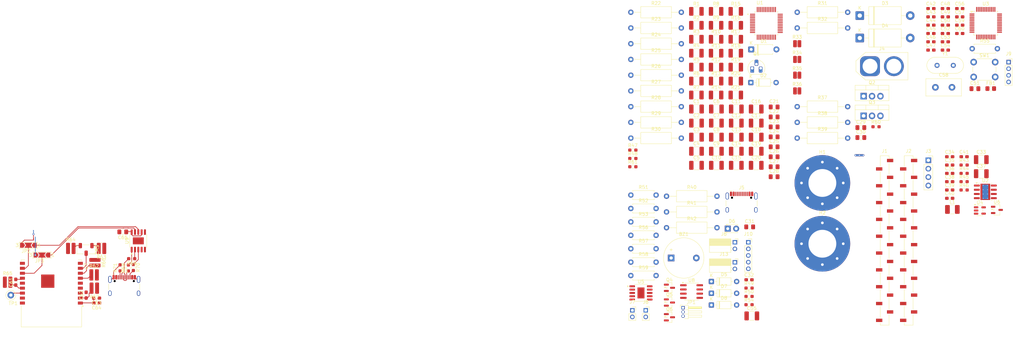
<source format=kicad_pcb>
(kicad_pcb (version 20241229) (generator "pcbnew") (generator_version "9.0")
  (layers (0 "F.Cu" signal) (4 "In1.Cu" signal) (6 "In2.Cu" signal) (2 "B.Cu" signal) (13 "F.Paste" user) (15 "B.Paste" user) (5 "F.SilkS" user "F.Silkscreen") (7 "B.SilkS" user "B.Silkscreen") (1 "F.Mask" user) (3 "B.Mask" user) (25 "Edge.Cuts" user))
  (net 0 "")
  (net 1 "+5V")
  (net 2 "Net-(BZ1--)")
  (net 3 "GND")
  (net 4 "/ReaderIC/Balance-Input/B_0")
  (net 5 "Net-(U1-VC1)")
  (net 6 "Net-(U1-VC2)")
  (net 7 "Net-(U1-VC3)")
  (net 8 "Net-(U1-VC4)")
  (net 9 "Net-(U1-VC5)")
  (net 10 "Net-(U1-VC6)")
  (net 11 "Net-(U1-VC7)")
  (net 12 "Net-(U1-VC8)")
  (net 13 "Net-(U1-VC9)")
  (net 14 "Net-(U1-VC10)")
  (net 15 "Net-(U1-VC11)")
  (net 16 "Net-(U1-VC12)")
  (net 17 "Net-(U1-VC13)")
  (net 18 "Net-(C14-Pad2)")
  (net 19 "Net-(C15-Pad2)")
  (net 20 "Net-(C16-Pad2)")
  (net 21 "/ReaderIC/Balance-Input/TS3")
  (net 22 "/ReaderIC/Balance-Input/TS2")
  (net 23 "/ReaderIC/Balance-Input/TS1")
  (net 24 "BAT")
  (net 25 "Net-(U1-CP1)")
  (net 26 "SRN")
  (net 27 "SRP")
  (net 28 "Net-(U1-REG1)")
  (net 29 "Net-(Q1-C)")
  (net 30 "Net-(Q1-E)")
  (net 31 "Net-(C29-Pad2)")
  (net 32 "/Protection/B_Pos")
  (net 33 "Net-(D4-A)")
  (net 34 "+3V3")
  (net 35 "Net-(U8-VIQ)")
  (net 36 "GNDPWR")
  (net 37 "Net-(U2-VCC)")
  (net 38 "Net-(U2-SW)")
  (net 39 "Net-(U2-BST)")
  (net 40 "Net-(U2-FB)")
  (net 41 "Net-(C35-Pad2)")
  (net 42 "+12V")
  (net 43 "VREF+")
  (net 44 "Net-(U3-PF0)")
  (net 45 "Net-(U3-PF1)")
  (net 46 "/MCU/NRST")
  (net 47 "Net-(D1-K)")
  (net 48 "/ReaderIC/Balance-Input/B_16")
  (net 49 "Net-(D2-K)")
  (net 50 "/Protection/CD")
  (net 51 "Net-(D3-K)")
  (net 52 "Net-(D4-K)")
  (net 53 "Net-(D6-A)")
  (net 54 "Net-(D7-A)")
  (net 55 "Net-(D8-A)")
  (net 56 "Net-(H2-Pad1)")
  (net 57 "/ReaderIC/Balance-Input/B_4")
  (net 58 "/ReaderIC/Balance-Input/B_6")
  (net 59 "/ReaderIC/Balance-Input/B_1")
  (net 60 "/ReaderIC/Balance-Input/B_15")
  (net 61 "/ReaderIC/Balance-Input/B_3")
  (net 62 "/MCU/NTC")
  (net 63 "/ReaderIC/Balance-Input/B_9")
  (net 64 "/ReaderIC/Balance-Input/B_5")
  (net 65 "/ReaderIC/Balance-Input/B_10")
  (net 67 "/ReaderIC/Balance-Input/B_11")
  (net 68 "/ReaderIC/Balance-Input/B_8")
  (net 69 "/ReaderIC/Balance-Input/B_7")
  (net 70 "/ReaderIC/Balance-Input/B_13")
  (net 71 "/ReaderIC/Balance-Input/B_2")
  (net 72 "/ReaderIC/Balance-Input/B_14")
  (net 73 "/ReaderIC/Balance-Input/B_12")
  (net 78 "/Data_Utils/USB+")
  (net 81 "Net-(J5-CC2)")
  (net 82 "/Data_Utils/USB-")
  (net 85 "Net-(J5-CC1)")
  (net 87 "Net-(J6-Pin_1)")
  (net 88 "Net-(J6-Pin_2)")
  (net 89 "Net-(J9-Pin_1)")
  (net 90 "Net-(J9-Pin_2)")
  (net 91 "/Data_Utils/PB4")
  (net 92 "/Data_Utils/PB5")
  (net 93 "/Data_Utils/PB3")
  (net 94 "Net-(J13-Pin_2)")
  (net 95 "Net-(JP1-C)")
  (net 96 "Net-(JP1-B)")
  (net 97 "/Data_Utils/STAT_LED")
  (net 98 "Net-(Q1-B)")
  (net 99 "Net-(Q4-B)")
  (net 100 "Net-(Q5-B)")
  (net 101 "Net-(Q6-B)")
  (net 102 "Net-(U1-VC15)")
  (net 103 "Net-(U1-VC16)")
  (net 104 "Net-(U1-VC14)")
  (net 105 "Net-(U1-HDQ)")
  (net 106 "RST_SHUT")
  (net 107 "/MCU/IC_SDA")
  (net 108 "/MCU/IC_SCL")
  (net 109 "Net-(R31-Pad2)")
  (net 110 "Net-(R33-Pad2)")
  (net 111 "/Protection/PACK")
  (net 112 "Net-(R35-Pad2)")
  (net 113 "/Protection/LD")
  (net 114 "/Protection/DSG")
  (net 115 "Net-(R37-Pad1)")
  (net 116 "Net-(U2-RON)")
  (net 117 "/Data_Utils/BUZZER")
  (net 118 "/Data_Utils/FAN1")
  (net 119 "/Data_Utils/FAN2")
  (net 120 "/Protection/CHG")
  (net 124 "/ReaderIC/FUSE")
  (net 128 "/ReaderIC/DCHG")
  (net 129 "/ReaderIC/DDSG")
  (net 137 "/Data_Utils/CAN_TX")
  (net 140 "/Data_Utils/CAN_RX")
  (net 146 "/Data_Utils/TXD")
  (net 147 "/Data_Utils/RXD")
  (net 158 "Net-(U7-RST)")
  (net 159 "Net-(U7-EN)")
  (net 160 "/MCU/esp32/3V3")
  (net 162 "/MCU/esp32/USB-")
  (net 163 "Net-(J11-CC2)")
  (net 165 "Net-(J11-CC1)")
  (net 170 "/MCU/esp32/USB+")
  (net 171 "Net-(JP2-C)")
  (net 172 "Net-(JP2-A)")
  (net 173 "/MCU/esp32/ESP_RX")
  (net 174 "Net-(JP3-C)")
  (net 175 "Net-(JP3-A)")
  (net 176 "/MCU/esp32/ESP_TX")
  (net 177 "Net-(U7-IO15)")
  (net 178 "Net-(SW2-C)")
  (net 179 "Net-(SW2-A)")
  (net 180 "Net-(U7-IO2)")
  (net 181 "Net-(SW2-B)")
  (net 182 "Net-(U7-TOUT)")
  (footprint "Connector_PinSocket_2.00mm:PinSocket_1x04_P2.00mm_Vertical" (layer "F.Cu") (at 180.53 45.14)
    (property "Reference" "J9")
    (property "Value" "Conn_01x04")
  )
  (footprint "Capacitor_SMD:C_0603_1608Metric_Pad1.08x0.95mm_HandSolder" (layer "F.Cu") (at 157.08 41.52)
    (property "Reference" "C47")
    (property "Value" "100nF")
  )
  (footprint "Package_SO:SSOP-10-1EP_3.9x4.9mm_P1mm_EP2.1x3.3mm" (layer "F.Cu") (at -82.25 99.1125 90)
    (property "Reference" "U9")
    (property "Value" "CH340K")
  )
  (footprint "Resistor_SMD:R_1210_3225Metric_Pad1.30x2.65mm_HandSolder" (layer "F.Cu") (at 86.26 50.87)
    (property "Reference" "R6")
    (property "Value" "22")
  )
  (footprint "Diode_THT:D_DO-35_SOD27_P7.62mm_Horizontal" (layer "F.Cu") (at 102.71 51.32)
    (property "Reference" "D2")
    (property "Value" "1N914")
  )
  (footprint "Resistor_SMD:R_1210_3225Metric_Pad1.30x2.65mm_HandSolder" (layer "F.Cu") (at 86.26 42.45)
    (property "Reference" "R4")
    (property "Value" "22")
  )
  (footprint "Capacitor_SMD:C_1210_3225Metric_Pad1.33x2.70mm_HandSolder" (layer "F.Cu") (at 92.3 63.56)
    (property "Reference" "C7")
    (property "Value" "220nF")
  )
  (footprint "Connector_PinSocket_2.00mm:PinSocket_1x02_P2.00mm_Vertical" (layer "F.Cu") (at 66.92 120.09)
    (property "Reference" "J7")
    (property "Value" "Conn_01x02")
  )
  (footprint "Resistor_SMD:R_1210_3225Metric_Pad1.30x2.65mm_HandSolder" (layer "F.Cu") (at 98.16 42.45)
    (property "Reference" "R18")
    (property "Value" "0R")
  )
  (footprint "Capacitor_SMD:C_0603_1608Metric_Pad1.08x0.95mm_HandSolder" (layer "F.Cu") (at 102.16 110.87)
    (property "Reference" "C32")
    (property "Value" "100nF")
  )
  (footprint "Capacitor_SMD:C_0603_1608Metric_Pad1.08x0.95mm_HandSolder" (layer "F.Cu") (at 161.43 33.99)
    (property "Reference" "C50")
    (property "Value" "100nF")
  )
  (footprint "Resistor_SMD:R_0603_1608Metric_Pad0.98x0.95mm_HandSolder" (layer "F.Cu") (at 102.16 118.4)
    (property "Reference" "R54")
    (property "Value" "260")
  )
  (footprint "Capacitor_SMD:C_0603_1608Metric_Pad1.08x0.95mm_HandSolder" (layer "F.Cu") (at 162.75 83.76)
    (property "Reference" "C39")
    (property "Value" "1uF")
  )
  (footprint "Diode_THT:D_A-405_P7.62mm_Horizontal" (layer "F.Cu") (at 102.81 41.31)
    (property "Reference" "D1")
    (property "Value" "D")
  )
  (footprint "Resistor_SMD:R_1210_3225Metric_Pad1.30x2.65mm_HandSolder" (layer "F.Cu") (at 92.21 46.66)
    (property "Reference" "R12")
    (property "Value" "22")
  )
  (footprint "Resistor_SMD:R_0603_1608Metric_Pad0.98x0.95mm_HandSolder" (layer "F.Cu") (at 67.07 71.72)
    (property "Reference" "R47")
    (property "Value" "0R")
  )
  (footprint "Diode_THT:D_DO-35_SOD27_P7.62mm_Horizontal" (layer "F.Cu") (at 90.79 111.39)
    (property "Reference" "D5")
    (property "Value" "1N4148")
  )
  (footprint "Connector_PinSocket_2.54mm:PinSocket_1x20_P2.54mm_Vertical_SMD_Pin1Right" (layer "F.Cu") (at 150.35 98.99)
    (property "Reference" "J2")
    (property "Value" "Conn_01x20")
  )
  (footprint "Resistor_THT:R_Axial_DIN0207_L6.3mm_D2.5mm_P7.62mm_Horizontal" (layer "F.Cu") (at 66.47 85.29)
    (property "Reference" "R51")
    (property "Value" "1K")
  )
  (footprint "Resistor_SMD:R_0603_1608Metric_Pad0.98x0.95mm_HandSolder" (layer "F.Cu") (at 140.5 64.66)
    (property "Reference" "R60")
    (property "Value" "2k")
  )
  (footprint "Resistor_SMD:R_1210_3225Metric_Pad1.30x2.65mm_HandSolder" (layer "F.Cu") (at 92.21 29.82)
    (property "Reference" "R8")
    (property "Value" "22")
  )
  (footprint "Capacitor_SMD:C_1210_3225Metric_Pad1.33x2.70mm_HandSolder" (layer "F.Cu") (at 98.31 76.31)
    (property "Reference" "C15")
    (property "Value" "220nF")
  )
  (footprint "Capacitor_SMD:C_0805_2012Metric_Pad1.18x1.45mm_HandSolder" (layer "F.Cu") (at 109.73 64.71)
    (property "Reference" "C23")
    (property "Value" "0.470uF")
  )
  (footprint "Resistor_SMD:R_0603_1608Metric_Pad0.98x0.95mm_HandSolder" (layer "F.Cu") (at -84.25 104.5 180)
    (property "Reference" "R69")
    (property "Value" "22R")
  )
  (footprint "Capacitor_SMD:C_1210_3225Metric_Pad1.33x2.70mm_HandSolder" (layer "F.Cu") (at 98.31 59.31)
    (property "Reference" "C11")
    (property "Value" "220nF")
  )
  (footprint "Package_SO:SOIC-8-1EP_3.9x4.9mm_P1.27mm_EP2.95x4.9mm_Mask2.71x3.4mm_ThermalVias" (layer "F.Cu") (at 173.5 84.325)
    (property "Reference" "U2")
    (property "Value" "LM5017MR")
  )
  (footprint "Connector_PinSocket_2.00mm:PinSocket_1x05_P2.00mm_Vertical" (layer "F.Cu") (at 101.94 99.54)
    (property "Reference" "J10")
    (property "Value" "Conn_01x05")
  )
  (footprint "Package_TO_SOT_SMD:SOT-23-3" (layer "F.Cu") (at 177 89.77)
    (property "Reference" "U6")
    (property "Value" "XC6206 - 3V3")
  )
  (footprint "Resistor_SMD:R_0603_1608Metric_Pad0.98x0.95mm_HandSolder" (layer "F.Cu") (at 167.1 76.23)
    (property "Reference" "R43")
    (property "Value" "100K")
  )
  (footprint "Connector_USB:USB_C_Receptacle_HCTL_HC-TYPE-C-16P-01A" (layer "F.Cu") (at 99.9 88.69)
    (property "Reference" "J5")
    (property "Value" "USB_C_Receptacle_USB2.0_16P")
  )
  (footprint "Capacitor_SMD:C_1210_3225Metric_Pad1.33x2.70mm_HandSolder" (layer "F.Cu") (at 104.32 59.31)
    (property "Reference" "C16")
    (property "Value" "220nF")
  )
  (footprint "Resistor_THT:R_Axial_DIN0207_L6.3mm_D2.5mm_P7.62mm_Horizontal" (layer "F.Cu") (at 66.47 101.49)
    (property "Reference" "R57")
    (property "Value" "4.7K")
  )
  (footprint "Resistor_THT:R_Axial_DIN0309_L9.0mm_D3.2mm_P15.24mm_Horizontal" (layer "F.Cu") (at 66.47 34.84)
    (property "Reference" "R23")
    (property "Value" "1K")
  )
  (footprint "Diode_THT:D_DO-35_SOD27_P7.62mm_Horizontal" (layer "F.Cu") (at 90.79 114.94)
    (property "Reference" "D7")
    (property "Value" "1N4148")
  )
  (footprint "Resistor_SMD:R_1210_3225Metric_Pad1.30x2.65mm_HandSolder" (layer "F.Cu") (at 86.26 29.82)
    (property "Reference" "R1")
    (property "Value" "22")
  )
  (footprint "Resistor_THT:R_Axial_DIN0309_L9.0mm_D3.2mm_P15.24mm_Horizontal" (layer "F.Cu") (at 66.47 58.59)
    (property "Reference" "R28")
    (property "Value" "10k")
  )
  (footprint "Resistor_THT:R_Axial_DIN0309_L9.0mm_D3.2mm_P15.24mm_Horizontal" (layer "F.Cu") (at 66.47 30.09)
    (property "Reference" "R22")
    (property "Value" "100R")
  )
  (footprint "Crystal:Crystal_HC18-U_Vertical" (layer "F.Cu") (at 158.93 46.13)
    (property "Reference" "Y1")
    (property "Value" "8MHz")
  )
  (footprint "Resistor_SMD:R_1210_3225Metric_Pad1.30x2.65mm_HandSolder" (layer "F.Cu") (at 98.16 38.24)
    (property "Reference" "R17")
    (property "Value" "22")
  )
  (footprint "Resistor_THT:R_Axial_DIN0207_L6.3mm_D2.5mm_P7.62mm_Horizontal" (layer "F.Cu") (at 66.47 97.44)
    (property "Reference" "R56")
    (property "Value" "1K")
  )
  (footprint "Capacitor_SMD:C_0805_2012Metric_Pad1.18x1.45mm_HandSolder" (layer "F.Cu") (at 109.73 79.76)
    (property "Reference" "C28")
    (property "Value" "22nF")
  )
  (footprint "Resistor_SMD:R_0612_1632Metric_Pad1.18x3.40mm_HandSolder" (layer "F.Cu") (at -93.3625 101.4 180)
    (property "Reference" "R63")
    (property "Value" "10K")
  )
  (footprint "Capacitor_SMD:C_0603_1608Metric_Pad1.08x0.95mm_HandSolder" (layer "F.Cu") (at 157.08 31.48)
    (property "Reference" "C43")
    (property "Value" "100nF")
  )
  (footprint "Capacitor_SMD:C_0603_1608Metric_Pad1.08x0.95mm_HandSolder" (layer "F.Cu") (at 157.08 39.01)
    (property "Reference" "C46")
    (property "Value" "10uF")
  )
  (footprint "Capacitor_SMD:C_0603_1608Metric_Pad1.08x0.95mm_HandSolder" (layer "F.Cu") (at 162.75 86.27)
    (property "Reference" "C40")
    (property "Value" "2.2uF")
  )
  (footprint "Capacitor_SMD:C_0805_2012Metric_Pad1.18x1.45mm_HandSolder" (layer "F.Cu") (at 170.36 53.17)
    (property "Reference" "C51")
    (property "Value" "10uf")
  )
  (footprint "Capacitor_SMD:C_0603_1608Metric_Pad1.08x0.95mm_HandSolder" (layer "F.Cu") (at 157.08 36.5)
    (property "Reference" "C45")
    (property "Value" "10uF")
  )
  (footprint "Resistor_THT:R_Axial_DIN0207_L6.3mm_D2.5mm_P7.62mm_Horizontal" (layer "F.Cu") (at 66.47 93.39)
    (property "Reference" "R53")
    (property "Value" "260")
  )
  (footprint "Resistor_SMD:R_1210_3225Metric_Pad1.30x2.65mm_HandSolder" (layer "F.Cu") (at 92.21 50.87)
    (property "Reference" "R13")
    (property "Value" "22")
  )
  (footprint "Connector_AMASS:AMASS_XT60-F_1x02_P7.20mm_Vertical" (layer "F.Cu") (at 138.69 46.38)
    (property "Reference" "J4")
    (property "Value" "Output")
  )
  (footprint "Capacitor_SMD:C_0805_2012Metric_Pad1.18x1.45mm_HandSolder" (layer "F.Cu") (at 109.73 70.73)
    (property "Reference" "C25")
    (property "Value" "100pF")
  )
  (footprint "Resistor_SMD:R_0508_1220Metric_Pad1.12x2.15mm_HandSolder" (layer "F.Cu") (at 116.7 49.09)
    (property "Reference" "R35")
    (property "Value" "5.1k")
  )
  (footprint "Capacitor_SMD:C_1210_3225Metric_Pad1.33x2.70mm_HandSolder" (layer "F.Cu") (at 104.32 63.56)
    (property "Reference" "C17")
    (property "Value" "220nF")
  )
  (footprint "Connector_PinSocket_2.00mm:PinSocket_1x02_P2.00mm_Vertical" (layer "F.Cu") (at 70.97 120.09)
    (property "Reference" "J8")
    (property "Value" "Conn_01x02")
  )
  (footprint "Resistor_SMD:R_0612_1632Metric_Pad1.18x3.40mm_HandSolder" (layer "F.Cu") (at -95.6 109.4)
    (property "Reference" "R62")
    (property "Value" "10K")
  )
  (footprint "Capacitor_SMD:C_0603_1608Metric_Pad1.08x0.95mm_HandSolder" (layer "F.Cu") (at 161.43 28.97)
    (property "Reference" "C48")
    (property "Value" "100nF")
  )
  (footprint "Capacitor_SMD:C_1210_3225Metric_Pad1.33x2.70mm_HandSolder" (layer "F.Cu") (at 98.31 63.56)
    (property "Reference" "C12")
    (property "Value" "220nF")
  )
  (footprint "Capacitor_SMD:C_1210_3225Metric_Pad1.33x2.70mm_HandSolder" (layer "F.Cu") (at 172.28 78.84)
    (property "Reference" "C37")
    (property "Value" "47uF")
  )
  (footprint "TestPoint:TestPoint_Loop_D2.50mm_Drill1.0mm_LowProfile" (layer "F.Cu") (at -120.75 115.5)
    (property "Reference" "TP1")
    (property "Value" "TestPoint")
  )
  (footprint "Capacitor_SMD:C_0603_1608Metric_Pad1.08x0.95mm_HandSolder" (layer "F.Cu") (at -94.8375 117.9 180)
    (property "Reference" "C64")
    (property "Value" "10uF")
  )
  (footprint "Jumper:SolderJumper-3_P2.0mm_Open_TrianglePad1.0x1.5mm_NumberLabels" (layer "F.Cu") (at -115.45 100.45 180)
    (property "Reference" "JP2")
    (property "Value" "Jumper_3_Bridged12")
  )
  (footprint "Package_TO_SOT_SMD:SOT-23" (layer "F.Cu") (at 78.12 122.19)
    (property "Reference" "Q6")
    (property "Value" "BC817")
  )
  (footprint "Capacitor_SMD:C_1210_3225Metric_Pad1.33x2.70mm_HandSolder" (layer "F.Cu") (at 92.3 72.06)
    (property "Reference" "C9")
    (property "Value" "220nF")
  )
  (footprint "Resistor_THT:R_Axial_DIN0309_L9.0mm_D3.2mm_P15.24mm_Horizontal" (layer "F.Cu") (at 77.24 95.14)
    (property "Reference" "R42")
    (property "Value" "5.1K")
  )
  (footprint "Capacitor_SMD:C_0603_1608Metric_Pad1.08x0.95mm_HandSolder" (layer "F.Cu") (at 162.75 76.23)
    (property "Reference" "C35")
    (property "Value" "15nF")
  )
  (footprint "Connector_PinSocket_2.54mm:PinSocket_1x04_P2.54mm_Vertical" (layer "F.Cu") (at 156.3 74.79)
    (property "Reference" "J3")
    (property "Value" "Conn_01x04")
  )
  (footprint "Resistor_SMD:R_1210_3225Metric_Pad1.30x2.65mm_HandSolder" (layer "F.Cu") (at 86.26 38.24)
    (property "Reference" "R3")
    (property "Value" "22")
  )
  (footprint "Resistor_SMD:R_0603_1608Metric_Pad0.98x0.95mm_HandSolder" (layer "F.Cu") (at 167.1 78.74)
    (property "Reference" "R44")
    (property "Value" "86.6K")
  )
  (footprint "Resistor_SMD:R_0603_1608Metric_Pad0.98x0.95mm_HandSolder" (layer "F.Cu") (at -83.75 107.1625 -90)
    (property "Reference" "R70")
    (property "Value" "5.1K")
  )
  (footprint "Button_Switch_THT:SW_PUSH_6mm_H8mm" (layer "F.Cu") (at 169.98 45.14)
    (property "Reference" "SW1")
    (property "Value" "SW_Push")
  )
  (footprint "Capacitor_SMD:C_0603_1608Metric_Pad1.08x0.95mm_HandSolder" (layer "F.Cu") (at 157.08 28.97)
    (property "Reference" "C42")
    (property "Value" "100nF")
  )
  (footprint "Resistor_SMD:R_0603_1608Metric_Pad0.98x0.95mm_HandSolder" (layer "F.Cu") (at 167.1 83.76)
    (property "Reference" "R46")
    (property "Value" "46k")
  )
  (footprint "Capacitor_SMD:C_0805_2012Metric_Pad1.18x1.45mm_HandSolder" (layer "F.Cu") (at 109.73 61.7)
    (property "Reference" "C22")
    (property "Value" "1uF")
  )
  (footprint "Resistor_SMD:R_1210_3225Metric_Pad1.30x2.65mm_HandSolder" (layer "F.Cu") (at 98.16 46.66)
    (property "Reference" "R19")
    (property "Value" "0R")
  )
  (footprint "Capacitor_SMD:C_1210_3225Metric_Pad1.33x2.70mm_HandSolder" (layer "F.Cu") (at 102.99 121.78)
    (property "Reference" "C55")
    (property "Value" "100nF")
  )
  (footprint "Package_TO_SOT_SMD:SOT-23" (layer "F.Cu") (at 78.12 117.74)
    (property "Reference" "Q5")
    (property "Value" "BC817")
  )
  (footprint "Resistor_THT:R_Axial_DIN0207_L6.3mm_D2.5mm_P7.62mm_Horizontal" (layer "F.Cu") (at 169.53 41.09)
    (property "Reference" "R55")
    (property "Value" "10K")
  )
  (footprint "Capacitor_SMD:C_1210_3225Metric_Pad1.33x2.70mm_HandSolder" (layer "F.Cu") (at 92.3 67.81)
    (property "Reference" "C8")
    (property "Value" "220nF")
  )
  (footprint "Package_TO_SOT_THT:TO-220-3_Vertical" (layer "F.Cu") (at 136.75 55.43)
    (property "Reference" "Q2")
    (property "Value" "HY3610P")
  )
  (footprint "Resistor_THT:R_Axial_DIN0309_L9.0mm_D3.2mm_P15.24mm_Horizontal" (layer "F.Cu") (at 66.47 39.59)
    (property "Reference" "R24")
    (property "Value" "1K")
  )
  (footprint "Capacitor_SMD:C_0805_2012Metric_Pad1.18x1.45mm_HandSolder" (layer "F.Cu") (at 109.73 67.72)
    (property "Reference" "C24")
    (property "Value" "0.1uF")
  )
  (footprint "Connector_PinSocket_2.00mm:PinSocket_1x02_P2.00mm_Horizontal" (layer "F.Cu") (at 97.89 105.59)
    (property "Reference" "J13")
    (property "Value" "OUTSIDE LED")
  )
  (footprint "Capacitor_SMD:C_0603_1608Metric_Pad1.08x0.95mm_HandSolder" (layer "F.Cu") (at 165.78 28.97)
    (property "Reference" "C56")
    (property "Value" "22pF")
  )
  (footprint "Capacitor_SMD:C_0805_2012Metric_Pad1.18x1.45mm_HandSolder" (layer "F.Cu") (at 135.92 64.91)
    (property "Reference" "C29")
    (property "Value" "0.1uF")
  )
  (footprint "Resistor_SMD:R_0805_2012Metric_Pad1.20x1.40mm_HandSolder" (layer "F.Cu") (at 175.14 53.14)
    (property "Reference" "FB1")
    (property "Value" "12R")
  )
  (footprint "Capacitor_SMD:C_1210_3225Metric_Pad1.33x2.70mm_HandSolder" (layer "F.Cu") (at 92.3 59.31)
    (property "Reference" "C6")
    (property "Value" "220nF")
  )
  (footprint "Capacitor_SMD:C_1210_3225Metric_Pad1.33x2.70mm_HandSolder" (layer "F.Cu") (at 86.29 76.31)
    (property "Reference" "C5")
    (property "Value" "220nF")
  )
  (footprint "NetTie:NetTie-3_THT_Pad0.3mm" (layer "F.Cu") (at 134.275 73.265)
    (property "Reference" "NT1" (hide yes))
    (property "Value" "NetTie_3_Tee" (hide yes))
  )
  (footprint "Capacitor_SMD:C_0805_2012Metric_Pad1.18x1.45mm_HandSolder" (layer "F.Cu") (at 109.73 73.74)
    (property "Reference" "C26")
    (property "Value" "1uF")
  )
  (footprint "MountingHole:MountingHole_8.4mm_M8_Pad_Via" (layer "F.Cu") (at 124.3 81.64)
    (property "Reference" "H1")
    (property "Value" "B+")
  )
  (footprint "MountingHole:MountingHole_8.4mm_M8_Pad_Via" (layer "F.Cu") (at 124.3 99.99)
    (property "Reference" "H2")
    (property "Value" "B-")
  )
  (footprint "Capacitor_SMD:C_1210_3225Metric_Pad1.33x2.70mm_HandSolder" (layer "F.Cu") (at 104.32 67.81)
    (property "Reference" "C18")
    (property "Value" "10nf")
  )
  (footprint "Resistor_SMD:R_0603_1608Metric_Pad0.98x0.95mm_HandSolder" (layer "F.Cu") (at -87.75 107.2725 90)
    (property "Reference" "R71")
    (property "Value" "5.1K")
  )
  (footprint "Capacitor_SMD:C_1210_3225Metric_Pad1.33x2.70mm_HandSolder" (layer "F.Cu") (at 98.31 67.81)
    (property "Reference" "C13")
    (property "Value" "220nF")
  )
  (footprint "Resistor_THT:R_Axial_DIN0309_L9.0mm_D3.2mm_P15.24mm_Horizontal" (layer "F.Cu") (at 116.7 58.59)
    (property "Reference" "R37")
    (property "Value" "2k")
  )
  (footprint "Resistor_SMD:R_0603_1608Metric_Pad0.98x0.95mm_HandSolder" (layer "F.Cu") (at 67.07 74.23)
    (property "Reference" "R48")
    (property "Value" "0R")
  )
  (footprint "Resistor_SMD:R_0603_1608Metric_Pad0.98x0.95mm_HandSolder" (layer "F.Cu") (at 167.1 81.25)
    (property "Reference" "R45")
    (property "Value" "10K")
  )
  (footprint "Resistor_SMD:R_0612_1632Metric_Pad1.18x3.40mm_HandSolder" (layer "F.Cu") (at -121.7125 111.6)
    (property "Reference" "R65")
    (property "Value" "10K")
  )
  (footprint "Resistor_SMD:R_1210_3225Metric_Pad1.30x2.65mm_HandSolder" (layer "F.Cu") (at 98.16 29.82)
    (property "Reference" "R15")
    (property "Value" "22")
  )
  (footprint "Buzzer_Beeper:Buzzer_12x9.5RM7.6" (layer "F.Cu") (at 78.64 104.29)
    (property "Reference" "BZ1")
    (property "Value" "Buzzer")
  )
  (footprint "Resistor_THT:R_Axial_DIN0309_L9.0mm_D3.2mm_P15.24mm_Horizontal" (layer "F.Cu") (at 116.7 34.84)
    (property "Reference" "R32")
    (property "Value" "1M")
  )
  (footprint "Capacitor_SMD:C_1210_3225Metric_Pad1.33x2.70mm_HandSolder" (layer "F.Cu") (at 104.32 76.31)
    (property "Reference" "C20")
    (property "Value" "10nf")
  )
  (footprint "Resistor_SMD:R_1210_3225Metric_Pad1.30x2.65mm_HandSolder" (layer "F.Cu") (at 86.26 55.08)
    (property "Reference" "R7")
    (property "Value" "22")
  )
  (footprint "BQ76952:QFP50P900X900X120-48N" (layer "F.Cu") (at 107.394 33.45)
    (property "Reference" "U1")
    (property "Value" "BQ76952PFBR")
  )
  (footprint "Capacitor_SMD:C_0603_1608Metric_Pad1.08x0.95mm_HandSolder" (layer "F.Cu") (at -119.25 111.6125 90)
    (property "Reference" "C61")
    (property "Value" "100nF")
  )
  (footprint "Resistor_SMD:R_1210_3225Metric_Pad1.30x2.65mm_HandSolder" (layer "F.Cu") (at 98.16 55.08)
    (property "Reference" "R21")
    (property "Value" "0R")
  )
  (footprint "Package_TO_SOT_THT:TO-220-3_Vertical" (layer "F.Cu") (at 136.75 61.38)
    (property "Reference" "Q3")
    (property "Value" "HY3610P")
  )
  (footprint "Resistor_SMD:R_1210_3225Metric_Pad1.30x2.65mm_HandSolder" (layer "F.Cu") (at 92.21 55.08)
    (property "Reference" "R14")
    (property "Value" "22")
  )
  (footprint "Capacitor_SMD:C_0603_1608Metric_Pad1.08x0.95mm_HandSolder" (layer "F.Cu") (at 162.75 78.74)
    (property "Reference" "C36")
    (property "Value" "3.3nF")
  )
  (footprint "Inductor_SMD:L_1210_3225Metric_Pad1.42x2.65mm_HandSolder" (layer "F.Cu") (at 163.55 89.63)
    (property "Reference" "L1")
    (property "Value" "220uH 2A")
  )
  (footprint "Package_TO_SOT_SMD:SOT-23" (layer "F.Cu") (at 78.12 113.29)
    (property "Reference" "Q4")
    (property "Value" "BC817")
  )
  (footprint "Resistor_THT:R_Axial_DIN0309_L9.0mm_D3.2mm_P15.24mm_Horizontal" (layer "F.Cu") (at 116.7 68.09)
    (property "Reference" "R39")
    (property "Value" "1M")
  )
  (footprint "Diode_THT:D_DO-201_P15.24mm_Horizontal" (layer "F.Cu") (at 135.59 37.87)
    (property "Reference" "D4")
    (property "Value" "16V Zener")
  )
  (footprint "Resistor_SMD:R_0603_1608Metric_Pad0.98x0.95mm_HandSolder" (layer "F.Cu") (at 102.16 113.38)
    (property "Reference" "R49")
    (property "Value" "5.1K")
  )
  (footprint "Resistor_THT:R_Axial_DIN0309_L9.0mm_D3.2mm_P15.24mm_Horizontal" (layer "F.Cu") (at 116.7 30.09)
    (property "Reference" "R31")
    (property "Value" "2k")
  )
  (footprint "Capacitor_SMD:C_0805_2012Metric_Pad1.18x1.45mm_HandSolder" (layer "F.Cu") (at 102.35 94.9)
    (property "Reference" "C31")
    (property "Value" "100nf")
  )
  (footprint "Resistor_SMD:R_1210_3225Metric_Pad1.30x2.65mm_HandSolder" (layer "F.Cu") (at 92.21 34.03)
    (property "Reference" "R9")
    (property "Value" "22")
  )
  (footprint "Jumper:SolderJumper-3_P2.0mm_Open_TrianglePad1.0x1.5mm_NumberLabels" (layer "F.Cu") (at -111.35 103.4 180)
    (property "Reference" "JP3")
    (property "Value" "Jumper_3_Bridged12")
  )
  (footprint "Resistor_THT:R_Axial_DIN0309_L9.0mm_D3.2mm_P15.24mm_Horizontal" (layer "F.Cu") (at 77.24 90.39)
    (property "Reference" "R41")
    (property "Value" "22R")
  )
  (footprint "Capacitor_SMD:C_0805_2012Metric_Pad1.18x1.45mm_HandSolder" (layer "F.Cu") (at -86.9375 96.4 180)
    (property "Reference" "C65")
    (property "Value" "100nf")
  )
  (footprint "Resistor_THT:R_Axial_DIN0207_L6.3mm_D2.5mm_P7.62mm_Horizontal" (layer "F.Cu") (at 66.47 105.54)
    (property "Reference" "R58")
    (property "Value" "1K")
  )
  (footprint "Resistor_SMD:R_0508_1220Metric_Pad1.12x2.15mm_HandSolder" (layer "F.Cu") (at 116.7 44.34)
    (property "Reference" "R34")
    (property "Value" "5.1k")
  )
  (footprint "Capacitor_SMD:C_0603_1608Metric_Pad1.08x0.95mm_HandSolder" (layer "F.Cu") (at 165.78 33.99)
    (property "Reference" "C59")
    (property "Value" "10uF")
  )
  (footprint "Capacitor_SMD:C_0603_1608Metric_Pad1.08x0.95mm_HandSolder" (layer "F.Cu") (at 167.1 73.72)
    (property "Reference" "C41")
    (property "Value" "2.2uF")
  )
  (footprint "Connector_USB:USB_C_Receptacle_HCTL_HC-TYPE-C-16P-01A" (layer "F.Cu") (at -86.5 113.86)
    (property "Reference" "J11")
    (property "Value" "USB_C_Receptacle_USB2.0_16P")
  )
  (footprint "Package_TO_SOT_SMD:SOT-23-5" (layer "F.Cu") (at 171.85 89.945)
    (property "Reference" "U4")
    (property "Value" "AP2204K-5.0")
  )
  (footprint "Capacitor_SMD:C_0603_1608Metric_Pad1.08x0.95mm_HandSolder" (layer "F.Cu") (at 165.78 36.5)
    (property "Reference" "C60")
    (property "Value" "100nF")
  )
  (footprint "Capacitor_SMD:C_1210_3225Metric_Pad1.33x2.70mm_HandSolder" (layer "F.Cu") (at 86.29 63.56)
    (property "Reference" "C2")
    (property "Value" "220nF")
  )
  (footprint "Resistor_THT:R_Axial_DIN0309_L9.0mm_D3.2mm_P15.24mm_Horizontal" (layer "F.Cu") (at 77.24 85.64)
    (property "Reference" "R40")
    (property "Value" "22R")
  )
  (footprint "Resistor_SMD:R_0603_1608Metric_Pad0.98x0.95mm_HandSolder" (layer "F.Cu") (at 102.16 115.89)
    (property "Reference" "R50")
    (property "Value" "120R")
  )
  (footprint "Resistor_SMD:R_0612_1632Metric_Pad1.18x3.40mm_HandSolder" (layer "F.Cu") (at -102.6375 101.4)
    (property "Reference" "R64")
    (property "Value" "10K")
  )
  (footprint "Resistor_THT:R_Axial_DIN0309_L9.0mm_D3.2mm_P15.24mm_Horizontal" (layer "F.Cu") (at 66.47 49.09)
    (property "Reference" "R26")
    (property "Value" "100R")
  )
  (footprint "Capacitor_SMD:C_0805_2012Metric_Pad1.18x1.45mm_HandSolder" (layer "F.Cu") (at 109.73 58.69)
    (property "Reference" "C21")
    (property "Value" "100pf")
  )
  (footprint "Resistor_SMD:R_1210_3225Metric_Pad1.30x2.65mm_HandSolder" (layer "F.Cu") (at 92.21 38.24)
    (property "Reference" "R10")
    (property "Value" "22")
  )
  (footprint "Capacitor_SMD:C_0603_1608Metric_Pad1.08x0.95mm_HandSolder" (layer "F.Cu") (at 161.43 31.48)
    (property "Reference" "C49")
    (property "Value" "1uF")
  )
  (footprint "Resistor_SMD:R_0612_1632Metric_Pad1.18x3.40mm_HandSolder" (layer "F.Cu") (at -95.5375 113.4 180)
    (property "Reference" "R67")
    (property "Value" "10K")
  )
  (footprint "Connector_PinSocket_2.00mm:PinSocket_1x02_P2.00mm_Horizontal" (layer "F.Cu") (at 97.89 99.54)
    (property "Reference" "J6")
    (property "Value" "Conn_01x02")
  )
  (footprint "Button_Switch_SMD:Nidec_Copal_CAS-120A" (layer "F.Cu") (at -98 101.7 -90)
    (property "Reference" "SW2")
    (property "Value" "SW_Nidec_CAS-120A1")
  )
  (footprint "Capacitor_SMD:C_1210_3225Metric_Pad1.33x2.70mm_HandSolder" (layer "F.Cu") (at 104.32 72.06)
    (property "Reference" "C19")
    (property "Value" "10nf")
  )
  (footprint "Capacitor_SMD:C_0805_2012Metric_Pad1.18x1.45mm_HandSolder" (layer "F.Cu") (at 109.73 76.75)
    (property "Reference" "C27")
    (property "Value" "1uF")
  )
  (footprint "Resistor_SMD:R_1210_3225Metric_Pad1.30x2.65mm_HandSolder" (layer "F.Cu") (at 86.26 34.03)
    (property "Reference" "R2")
    (property "Value" "22")
  )
  (footprint "Capacitor_SMD:C_1210_3225Metric_Pad1.33x2.70mm_HandSolder" (layer "F.Cu") (at 86.29 67.81)
    (property "Reference" "C3")
    (property "Value" "220nF")
  )
  (footprint "Resistor_SMD:R_1210_3225Metric_Pad1.30x2.65mm_HandSolder" (layer "F.Cu") (at 86.26 46.66)
    (property "Reference" "R5")
    (property "Value" "22")
  )
  (footprint "Package_TO_SOT_THT:TO-92_HandSolder" (layer "F.Cu") (at 103.12 47.01)
    (property "Reference" "Q1")
    (property "Value" "NPN")
  )
  (footprint "Capacitor_SMD:C_0603_1608Metric_Pad1.08x0.95mm_HandSolder" (layer "F.Cu") (at 162.75 81.25)
    (property "Reference" "C38")
    (property "Value" "1uF")
  )
  (footprint "Capacitor_SMD:C_0603_1608Metric_Pad1.08x0.95mm_HandSolder" (layer "F.Cu") (at 162.75 73.72)
    (property "Reference" "C34")
    (property "Value" ".1uF")
  )
  (footprint "Resistor_SMD:R_0603_1608Metric_Pad0.98x0.95mm_HandSolder" (layer "F.Cu") (at 67.07 76.74)
    (property "Reference" "R61")
    (property "Value" "1m")
  )
  (footprint "Resistor_SMD:R_0603_1608Metric_Pad0.98x0.95mm_HandSolder" (layer "F.Cu") (at -85.25 107.2975 90)
    (property "Reference" "R68")
    (property "Value" "22R")
  )
  (footprint "Resistor_SMD:R_0508_1220Metric_Pad1.12x2.15mm_HandSolder" (layer "F.Cu") (at 116.7 39.59)
    (property "Reference" "R33")
    (property "Value" "5.1k")
  )
  (footprint "LED_THT:LED_D1.8mm_W3.3mm_H2.4mm" (layer "F.Cu") (at 95.73 95.43)
    (property "Reference" "D6")
    (property "Value" "LED_R")
  )
  (footprint "Capacitor_SMD:C_1210_3225Metric_Pad1.33x2.70mm_HandSolder" (layer "F.Cu") (at 86.29 72.06)
    (property "Reference" "C4")
    (property "Value" "220nF")
  )
  (footprint "Resistor_THT:R_Axial_DIN0207_L6.3mm_D2.5mm_P7.62mm_Horizontal" (layer "F.Cu") (at 66.47 109.59)
    (property "Reference" "R59")
    (property "Value" "4.7K")
  )
  (footprint "Resistor_THT:R_Axial_DIN0309_L9.0mm_D3.2mm_P15.24mm_Horizontal" (layer "F.Cu") (at 66.47 53.84)
    (property "Reference" "R27")
    (property "Value" "100R")
  )
  (footprint "Connector_PinSocket_2.54mm:PinSocket_1x20_P2.54mm_Vertical_SMD_Pin1Right" (layer "F.Cu") (at 143.1 98.99)
    (property "Reference" "J1")
    (property "Value" "Conn_01x20")
  )
  (footprint "Resistor_SMD:R_0508_1220Metric_Pad1.12x2.15mm_HandSolder" (layer "F.Cu") (at 116.7 53.84)
    (property "Reference" "R36")
    (property "Value" "5.1k")
  )
  (footprint "Package_SO:SSOP-10-1EP_3.9x4.9mm_P1mm_EP2.1x3.3mm" (layer "F.Cu") (at 69.525 114.84)
    (property "Reference" "U5")
    (property "Value" "CH340K")
  )
  (footprint "Resistor_THT:R_Axial_DIN0309_L9.0mm_D3.2mm_P15.24mm_Horizontal" (layer "F.Cu") (at 66.47 44.34)
    (property "Reference" "R25")
    (property "Value" "1m")
  )
  (footprint "Resistor_SMD:R_1210_3225Metric_Pad1.30x2.65mm_HandSolder" (layer "F.Cu") (at 98.16 50.87)
    (property "Reference" "R20")
    (property "Value" "0R")
  )
  (footprint "Capacitor_SMD:C_0603_1608Metric_Pad1.08x0.95mm_HandSolder" (layer "F.Cu") (at 157.08 33.99)
    (property "Reference" "C44")
    (property "Value" "100nF")
  )
  (footprint "Capacitor_THT:C_Disc_D10.5mm_W5.0mm_P5.00mm" (layer "F.Cu") (at 158.43 52.76)
    (property "Reference" "C58")
    (property "Value" "100nF")
  )
  (footprint "Capacitor_SMD:C_0603_1608Metric_Pad1.08x0.95mm_HandSolder" (layer "F.Cu") (at 161.43 41.52)
    (property "Reference" "C54")
    (property "Value" "100nF")
  )
  (footprint "Diode_THT:D_DO-35_SOD27_P7.62mm_Horizontal" (layer "F.Cu") (at 90.79 118.49)
    (property "Reference" "D8")
    (property "Value" "1N4148")
  )
  (footprint "Resistor_SMD:R_1210_3225Metric_Pad1.30x2.65mm_HandSolder" (layer "F.Cu") (at 98.16 34.03)
    (property "Reference" "R16")
    (property "Value" "22")
  )
  (footprint "Capacitor_SMD:C_0603_1608Metric_Pad1.08x0.95mm_HandSolder" (layer "F.Cu") (at 161.43 36.5)
    (property "Reference" "C52")
    (property "Value" "100nF")
  )
  (footprint "RF_Module:ESP-WROOM-02" (layer "F.Cu") (at -108.5 111.9 180)
    (property "Reference" "U7")
    (property "Value" "ESP-WROOM-02")
  )
  (footprint "Capacitor_SMD:C_1210_3225Metric_Pad1.33x2.70mm_HandSolder" (layer "F.Cu") (at 98.31 72.06)
    (property "Reference" "C14")
    (property "Value" "220nF")
  )
  (footprint "Capacitor_SMD:C_1210_3225Metric_Pad1.33x2.70mm_HandSolder" (layer "F.Cu") (at 92.3 76.31)
    (property "Reference" "C10")
    (property "Value" "220nF")
  )
  (footprint "Package_SO:SOIC-8_3.9x4.9mm_P1.27mm" (layer "F.Cu") (at 84.8 114.425)
    (property "Reference" "U8")
    (property "Value" "TJA1051T")
  )
  (footprint "Diode_THT:D_DO-201_P15.24mm_Horizontal" (layer "F.Cu") (at 135.59 31.1)
    (property "Reference" "D3")
    (property "Value" "16V Zener")
  )
  (footprint "Resistor_SMD:R_1210_3225Metric_Pad1.30x2.65mm_HandSolder" (layer "F.Cu") (at 92.21 42.45)
    (property "Reference" "R11")
    (property "Value" "22")
  )
  (footprint "Resistor_THT:R_Axial_DIN0309_L9.0mm_D3.2mm_P15.24mm_Horizontal" (layer "F.Cu") (at 116.7 63.34)
    (property "Reference" "R38")
    (property "Value" "2k")
  )
  (footprint "Resistor_THT:R_Axial_DIN0309_L9.0mm_D3.2mm_P15.24mm_Horizontal" (layer "F.Cu") (at 66.47 68.09)
    (property "Reference" "R30")
    (property "Value" "R")
  )
  (footprint "Capacitor_SMD:C_0603_1608Metric_Pad1.08x0.95mm_HandSolder" (layer "F.Cu") (at 165.78 31.48)
    (property "Reference" "C57")
    (property "Value" "22pF")
  )
  (footprint "Capacitor_SMD:C_0805_2012Metric_Pad1.18x1.45mm_HandSolder" (layer "F.Cu") (at 135.92 67.92)
    (property "Reference" "C30")
    (property "Value" "0.1uF")
  )
  (footprint "Capacitor_SMD:C_1210_3225Metric_Pad1.33x2.70mm_HandSolder" (layer "F.Cu") (at 172.28 74.59)
    (property "Reference" "C33")
    (property "Value" "1uF")
  )
  (footprint "Package_QFP:LQFP-48_7x7mm_P0.5mm" (layer "F.Cu") (at 173.63 33.39)
    (property "Reference" "U3")
    (property "Value" "STM32G431C8Tx")
  )
  (footprint "Resistor_THT:R_Axial_DIN0207_L6.3mm_D2.5mm_P7.62mm_Horizontal" (layer "F.Cu") (at 66.47 89.34)
    (property "Reference" "R52")
    (property "Value" "4.7K")
  )
  (footprint "Capacitor_SMD:C_0603_1608Metric_Pad1.08x0.95mm_HandSolder" (layer "F.Cu") (at -98 115.5125 90)
    (property "Reference" "C62")
    (property "Value" "100nF")
  )
  (footprint "Capacitor_SMD:C_1210_3225Metric_Pad1.33x2.70mm_HandSolder" (layer "F.Cu") (at 86.29 59.31)
    (property "Reference" "C1")
    (property "Value" "220nF")
  )
  (footprint "Capacitor_SMD:C_0603_1608Metric_Pad1.08x0.95mm_HandSolder" (layer "F.Cu") (at -94.8625 116.4 180)
    (property "Reference" "C63")
    (property "Value" "100nF")
  )
  (footprint "Connector_PinHeader_1.27mm:PinHeader_1x03_P1.27mm_Horizontal" (layer "F.Cu") (at 82.24 119.31)
    (property "Reference" "JP1")
    (property "Value" "Jumper_3_Open")
  )
  (footprint "Resistor_THT:R_Axial_DIN0309_L9.0mm_D3.2mm_P15.24mm_Horizontal" (layer "F.Cu") (at 66.47 63.34)
    (property "Reference" "R29")
    (property "Value" "10k")
  )
  (footprint "Resistor_SMD:R_0612_1632Metric_Pad1.18x3.40mm_HandSolder" (layer "F.Cu") (at -95.35 105.7125 -90)
    (property "Reference" "R66")
    (property "Value" "10K")
  )
  (footprint "Capacitor_SMD:C_0603_1608Metric_Pad1.08x0.95mm_HandSolder" (layer "F.Cu") (at 161.43 39.01)
    (property "Reference" "C53")
    (property "Value" "10uF")
  )
  (segment (start -90.82 110.755) (end -90.34 110.755) (width 0.2) (layer "F.Cu") (net 3))
  (segment (start -119.25 110.75) (end -117.6 110.75) (width 0.2) (layer "F.Cu") (net 3))
  (segment (start -83.75 106.25) (end -82.25 104.75) (width 0.2) (layer "F.Cu") (net 3))
  (segment (start -82.66 110.755) (end -83.3 110.115) (width 0.2) (layer "F.Cu") (net 3))
  (segment (start -82.18 110.755) (end -82.66 110.755) (width 0.2) (layer "F.Cu") (net 3))
  (segment (start -82.25 104.75) (end -82.25 101.75) (width 0.2) (layer "F.Cu") (net 3))
  (segment (start -117.6 110.75) (end -117.25 110.4) (width 0.2) (layer "F.Cu") (net 3))
  (segment (start -89.7 110.115) (end -89.7 108.31) (width 0.2) (layer "F.Cu") (net 3))
  (segment (start -89.7 108.31) (end -87.75 106.36) (width 0.2) (layer "F.Cu") (net 3))
  (segment (start -90.34 110.755) (end -89.7 110.115) (width 0.2) (layer "F.Cu") (net 3))
  (segment (start -117.25 113.4) (end -118.325 113.4) (width 0.2) (layer "F.Cu") (net 158))
  (segment (start -118.325 113.4) (end -119.25 112.475) (width 0.2) (layer "F.Cu") (net 158))
  (segment (start -120 112.475) (end -120.875 111.6) (width 0.2) (layer "F.Cu") (net 158))
  (segment (start -119.25 112.475) (end -120 112.475) (width 0.2) (layer "F.Cu") (net 158))
  (segment (start -97.625 116.375) (end -97.1 115.85) (width 0.2) (layer "F.Cu") (net 159))
  (segment (start -97.1 115.85) (end -97.1 114.9) (width 0.2) (layer "F.Cu") (net 159))
  (segment (start -98 116.375) (end -99.725 116.375) (width 0.2) (layer "F.Cu") (net 159))
  (segment (start -97.1 114.9) (end -96.5125 114.9) (width 0.2) (layer "F.Cu") (net 159))
  (segment (start -99.725 116.375) (end -99.75 116.4) (width 0.2) (layer "F.Cu") (net 159))
  (segment (start -98 116.375) (end -97.625 116.375) (width 0.2) (layer "F.Cu") (net 159))
  (segment (start -84.25 97.25) (end -84.25 96.475) (width 0.2) (layer "F.Cu") (net 160))
  (segment (start -99.6875 117.8375) (end -99.75 117.9) (width 0.2) (layer "F.Cu") (net 160))
  (segment (start -95.25 117.8375) (end -99.6875 117.8375) (width 0.2) (layer "F.Cu") (net 160))
  (segment (start -95.7 116.425) (end -95.725 116.4) (width 0.2) (layer "F.Cu") (net 160))
  (segment (start -86 96.325) (end -84.4 96.325) (width 0.2) (layer "F.Cu") (net 160))
  (segment (start -81.25 97.312499) (end -81.551001 97.6135) (width 0.2) (layer "F.Cu") (net 160))
  (segment (start -95.7 117.9) (end -95.7 116.425) (width 0.2) (layer "F.Cu") (net 160))
  (segment (start -81.551001 97.6135) (end -83.8865 97.6135) (width 0.2) (layer "F.Cu") (net 160))
  (segment (start -83.8865 97.6135) (end -84.25 97.25) (width 0.2) (layer "F.Cu") (net 160))
  (segment (start -84.4 96.325) (end -84.25 96.475) (width 0.2) (layer "F.Cu") (net 160))
  (segment (start -81.25 96.475) (end -81.25 97.312499) (width 0.2) (layer "F.Cu") (net 160))
  (segment (start -86.25 110.115) (end -86.25 109.25) (width 0.2) (layer "F.Cu") (net 162))
  (segment (start -83.3375 104.5) (end -83.3375 101.8375) (width 0.2) (layer "F.Cu") (net 162))
  (segment (start -87.25 109) (end -86.5 108.25) (width 0.2) (layer "F.Cu") (net 162))
  (segment (start -83.3375 101.8375) (end -83.25 101.75) (width 0.2) (layer "F.Cu") (net 162))
  (segment (start -86.5 108.25) (end -86.5 105.8375) (width 0.2) (layer "F.Cu") (net 162))
  (segment (start -86.25 109.25) (end -86.5 109) (width 0.2) (layer "F.Cu") (net 162))
  (segment (start -86.5 105.8375) (end -85.1625 104.5) (width 0.2) (layer "F.Cu") (net 162))
  (segment (start -86.5 109) (end -86.5 108.25) (width 0.2) (layer "F.Cu") (net 162))
  (segment (start -87.25 110.115) (end -87.25 109) (width 0.2) (layer "F.Cu") (net 162))
  (segment (start -84.75 110.115) (end -84.75 109.075) (width 0.2) (layer "F.Cu") (net 163))
  (segment (start -84.75 109.075) (end -83.75 108.075) (width 0.2) (layer "F.Cu") (net 163))
  (segment (start -87.75 110.115) (end -87.75 108.185) (width 0.2) (layer "F.Cu") (net 165))
  (segment (start -85.75 110.816) (end -85.75 110.115) (width 0.2) (layer "F.Cu") (net 170))
  (segment (start -86.75 110.798824) (end -86.482824 111.066) (width 0.2) (layer "F.Cu") (net 170))
  (segment (start -86 111.066) (end -85.75 110.816) (width 0.2) (layer "F.Cu") (net 170))
  (segment (start -86.75 110.115) (end -86.75 110.798824) (width 0.2) (layer "F.Cu") (net 170))
  (segment (start -85.75 108.71) (end -85.25 108.21) (width 0.2) (layer "F.Cu") (net 170))
  (segment (start -86.482824 111.066) (end -86 111.066) (width 0.2) (layer "F.Cu") (net 170))
  (segment (start -85.25 106.385) (end -84.25 105.385) (width 0.2) (layer "F.Cu") (net 170))
  (segment (start -84.25 105.385) (end -84.25 101.75) (width 0.2) (layer "F.Cu") (net 170))
  (segment (start -85.75 110.115) (end -85.75 108.71) (width 0.2) (layer "F.Cu") (net 170))
  (segment (start -115.45 100.45) (end -115.45 106.55) (width 0.2) (layer "F.Cu") (net 171))
  (segment (start -116.95 107.4) (end -117.25 107.4) (width 0.2) (layer "F.Cu") (net 171))
  (segment (start -115.45 106.55) (end -116.3 107.4) (width 0.2) (layer "F.Cu") (net 171))
  (segment (start -116.3 107.4) (end -117.25 107.4) (width 0.2) (layer "F.Cu") (net 171))
  (segment (start -100.4661 94.849) (end -106.0671 100.45) (width 0.2) (layer "F.Cu") (net 172))
  (segment (start -100.449 94.849) (end -100.4661 94.849) (width 0.2) (layer "F.Cu") (net 172))
  (segment (start -83.052001 94.8355) (end -100.4355 94.8355) (width 0.2) (layer "F.Cu") (net 172))
  (segment (start -113.7 100.45) (end -113.75 100.4) (width 0.2) (layer "F.Cu") (net 172))
  (segment (start -106.0671 100.45) (end -113.7 100.45) (width 0.2) (layer "F.Cu") (net 172))
  (segment (start -113.75 100.4) (end -114.25 100.4) (width 0.2) (layer "F.Cu") (net 172))
  (segment (start -100.4355 94.8355) (end -100.449 94.849) (width 0.2) (layer "F.Cu") (net 172))
  (segment (start -82.25 96.475) (end -82.25 95.637501) (width 0.2) (layer "F.Cu") (net 172))
  (segment (start -82.25 95.637501) (end -83.052001 94.8355) (width 0.2) (layer "F.Cu") (net 172))
  (segment (start -116.655 98.9) (end -113.9 98.9) (width 0.2) (layer "F.Cu") (net 173))
  (segment (start -113.9 98.6) (end -113.9 98.35) (width 0.2) (layer "F.Cu") (net 173))
  (segment (start -117.45 99.695) (end -116.655 98.9) (width 0.2) (layer "F.Cu") (net 173))
  (segment (start -113.9 98.6) (end -113.9 97.1) (width 0.2) (layer "F.Cu") (net 173))
  (segment (start -113.9 98.9) (end -113.9 98.6) (width 0.2) (layer "F.Cu") (net 173))
  (segment (start -117.45 100.45) (end -117.45 99.695) (width 0.2) (layer "F.Cu") (net 173))
  (via (at -113.9 97.1) (size 0.6) (drill 0.3) (layers "F.Cu" "B.Cu") (net 173))
  (segment (start -113.9 97.1) (end -113.9 96) (width 0.2) (layer "B.Cu") (net 173))
  (segment (start -113.9 96) (end -113.95 95.95) (width 0.2) (layer "B.Cu") (net 173))
  (segment (start -113.7 108.9) (end -114.75 108.9) (width 0.2) (layer "F.Cu") (net 174))
  (segment (start -111.35 106.55) (end -113.7 108.9) (width 0.2) (layer "F.Cu") (net 174))
  (segment (start -111.35 103.4) (end -111.35 106.55) (width 0.2) (layer "F.Cu") (net 174))
  (segment (start -114.75 108.9) (end -117.25 108.9) (width 0.2) (layer "F.Cu") (net 174))
  (segment (start -86.77366 95.25) (end -86.76016 95.2365) (width 0.2) (layer "F.Cu") (net 175))
  (segment (start -83.25 95.637501) (end -83.25 96.475) (width 0.2) (layer "F.Cu") (net 175))
  (segment (start -86.76016 95.2365) (end -85.33984 95.2365) (width 0.2) (layer "F.Cu") (net 175))
  (segment (start -109.35 103.4) (end -108.45 103.4) (width 0.2) (layer "F.Cu") (net 175))
  (segment (start -85.32634 95.25) (end -83.637501 95.25) (width 0.2) (layer "F.Cu") (net 175))
  (segment (start -83.637501 95.25) (end -83.25 95.637501) (width 0.2) (layer "F.Cu") (net 175))
  (segment (start -100.3 95.25) (end -86.77366 95.25) (width 0.2) (layer "F.Cu") (net 175))
  (segment (start -108.45 103.4) (end -100.3 95.25) (width 0.2) (layer "F.Cu") (net 175))
  (segment (start -85.33984 95.2365) (end -85.32634 95.25) (width 0.2) (layer "F.Cu") (net 175))
  (via (at -113.35 103.4) (size 0.6) (drill 0.3) (layers "F.Cu" "B.Cu") (net 176))
  (segment (start -113.35 103.4) (end -113.35 97.95) (width 0.2) (layer "B.Cu") (net 176))
  (segment (start -99.75 110.4) (end -97.4375 110.4) (width 0.2) (layer "F.Cu") (net 177))
  (segment (start -97.4375 110.4) (end -96.4375 109.4) (width 0.2) (layer "F.Cu") (net 177))
  (segment (start -94.2 101.4) (end -95.05 100.55) (width 0.2) (layer "F.Cu") (net 178))
  (segment (start -95.05 100.55) (end -96.25 100.55) (width 0.2) (layer "F.Cu") (net 178))
  (segment (start -99.75 100.55) (end -100.95 100.55) (width 0.2) (layer "F.Cu") (net 179))
  (segment (start -100.95 100.55) (end -101.8 101.4) (width 0.2) (layer "F.Cu") (net 179))
  (segment (start -97.15 106.55) (end -95.35 106.55) (width 0.2) (layer "F.Cu") (net 180))
  (segment (start -97.9 107.3) (end -97.15 106.55) (width 0.2) (layer "F.Cu") (net 180))
  (segment (start -99.75 108.9) (end -98.65 108.9) (width 0.2) (layer "F.Cu") (net 180))
  (segment (start -97.9 108.15) (end -97.9 107.3) (width 0.2) (layer "F.Cu") (net 180))
  (segment (start -98.65 108.9) (end -97.9 108.15) (width 0.2) (layer "F.Cu") (net 180))
  (segment (start -99.75 107.4) (end -98.9 107.4) (width 0.2) (layer "F.Cu") (net 181))
  (segment (start -98.9 107.4) (end -98 106.5) (width 0.2) (layer "F.Cu") (net 181))
  (segment (start -98 106.5) (end -98 102.85) (width 0.2) (layer "F.Cu") (net 181))
  (segment (start -117.25 114.9) (end -120.15 114.9) (width 0.2) (layer "F.Cu") (net 182))
  (segment (start -120.15 114.9) (end -120.75 115.5) (width 0.2) (layer "F.Cu") (net 182))
)
</source>
